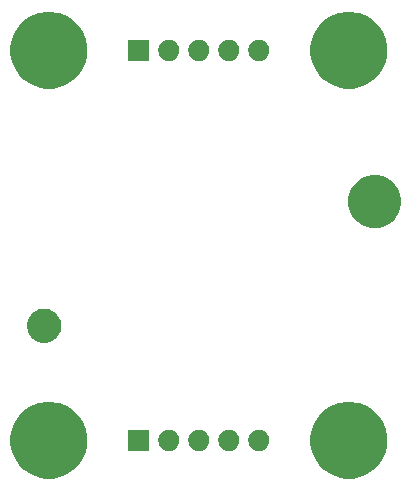
<source format=gbr>
G04 #@! TF.GenerationSoftware,KiCad,Pcbnew,(5.1.5)-3*
G04 #@! TF.CreationDate,2020-10-27T23:36:23+01:00*
G04 #@! TF.ProjectId,error_amplifier_1,6572726f-725f-4616-9d70-6c6966696572,rev?*
G04 #@! TF.SameCoordinates,Original*
G04 #@! TF.FileFunction,Soldermask,Bot*
G04 #@! TF.FilePolarity,Negative*
%FSLAX46Y46*%
G04 Gerber Fmt 4.6, Leading zero omitted, Abs format (unit mm)*
G04 Created by KiCad (PCBNEW (5.1.5)-3) date 2020-10-27 23:36:23*
%MOMM*%
%LPD*%
G04 APERTURE LIST*
%ADD10C,0.100000*%
G04 APERTURE END LIST*
D10*
G36*
X102234239Y-149211467D02*
G01*
X102548282Y-149273934D01*
X103139926Y-149519001D01*
X103672392Y-149874784D01*
X104125216Y-150327608D01*
X104480999Y-150860074D01*
X104726066Y-151451718D01*
X104726066Y-151451719D01*
X104851000Y-152079803D01*
X104851000Y-152720197D01*
X104800445Y-152974353D01*
X104726066Y-153348282D01*
X104480999Y-153939926D01*
X104125216Y-154472392D01*
X103672392Y-154925216D01*
X103139926Y-155280999D01*
X102548282Y-155526066D01*
X102234239Y-155588533D01*
X101920197Y-155651000D01*
X101279803Y-155651000D01*
X100965761Y-155588533D01*
X100651718Y-155526066D01*
X100060074Y-155280999D01*
X99527608Y-154925216D01*
X99074784Y-154472392D01*
X98719001Y-153939926D01*
X98473934Y-153348282D01*
X98399555Y-152974353D01*
X98349000Y-152720197D01*
X98349000Y-152079803D01*
X98473934Y-151451719D01*
X98473934Y-151451718D01*
X98719001Y-150860074D01*
X99074784Y-150327608D01*
X99527608Y-149874784D01*
X100060074Y-149519001D01*
X100651718Y-149273934D01*
X100965761Y-149211467D01*
X101279803Y-149149000D01*
X101920197Y-149149000D01*
X102234239Y-149211467D01*
G37*
G36*
X127634239Y-149211467D02*
G01*
X127948282Y-149273934D01*
X128539926Y-149519001D01*
X129072392Y-149874784D01*
X129525216Y-150327608D01*
X129880999Y-150860074D01*
X130126066Y-151451718D01*
X130126066Y-151451719D01*
X130251000Y-152079803D01*
X130251000Y-152720197D01*
X130200445Y-152974353D01*
X130126066Y-153348282D01*
X129880999Y-153939926D01*
X129525216Y-154472392D01*
X129072392Y-154925216D01*
X128539926Y-155280999D01*
X127948282Y-155526066D01*
X127634239Y-155588533D01*
X127320197Y-155651000D01*
X126679803Y-155651000D01*
X126365761Y-155588533D01*
X126051718Y-155526066D01*
X125460074Y-155280999D01*
X124927608Y-154925216D01*
X124474784Y-154472392D01*
X124119001Y-153939926D01*
X123873934Y-153348282D01*
X123799555Y-152974353D01*
X123749000Y-152720197D01*
X123749000Y-152079803D01*
X123873934Y-151451719D01*
X123873934Y-151451718D01*
X124119001Y-150860074D01*
X124474784Y-150327608D01*
X124927608Y-149874784D01*
X125460074Y-149519001D01*
X126051718Y-149273934D01*
X126365761Y-149211467D01*
X126679803Y-149149000D01*
X127320197Y-149149000D01*
X127634239Y-149211467D01*
G37*
G36*
X116953512Y-151503927D02*
G01*
X117102812Y-151533624D01*
X117266784Y-151601544D01*
X117414354Y-151700147D01*
X117539853Y-151825646D01*
X117638456Y-151973216D01*
X117706376Y-152137188D01*
X117741000Y-152311259D01*
X117741000Y-152488741D01*
X117706376Y-152662812D01*
X117638456Y-152826784D01*
X117539853Y-152974354D01*
X117414354Y-153099853D01*
X117266784Y-153198456D01*
X117102812Y-153266376D01*
X116953512Y-153296073D01*
X116928742Y-153301000D01*
X116751258Y-153301000D01*
X116726488Y-153296073D01*
X116577188Y-153266376D01*
X116413216Y-153198456D01*
X116265646Y-153099853D01*
X116140147Y-152974354D01*
X116041544Y-152826784D01*
X115973624Y-152662812D01*
X115939000Y-152488741D01*
X115939000Y-152311259D01*
X115973624Y-152137188D01*
X116041544Y-151973216D01*
X116140147Y-151825646D01*
X116265646Y-151700147D01*
X116413216Y-151601544D01*
X116577188Y-151533624D01*
X116726488Y-151503927D01*
X116751258Y-151499000D01*
X116928742Y-151499000D01*
X116953512Y-151503927D01*
G37*
G36*
X119493512Y-151503927D02*
G01*
X119642812Y-151533624D01*
X119806784Y-151601544D01*
X119954354Y-151700147D01*
X120079853Y-151825646D01*
X120178456Y-151973216D01*
X120246376Y-152137188D01*
X120281000Y-152311259D01*
X120281000Y-152488741D01*
X120246376Y-152662812D01*
X120178456Y-152826784D01*
X120079853Y-152974354D01*
X119954354Y-153099853D01*
X119806784Y-153198456D01*
X119642812Y-153266376D01*
X119493512Y-153296073D01*
X119468742Y-153301000D01*
X119291258Y-153301000D01*
X119266488Y-153296073D01*
X119117188Y-153266376D01*
X118953216Y-153198456D01*
X118805646Y-153099853D01*
X118680147Y-152974354D01*
X118581544Y-152826784D01*
X118513624Y-152662812D01*
X118479000Y-152488741D01*
X118479000Y-152311259D01*
X118513624Y-152137188D01*
X118581544Y-151973216D01*
X118680147Y-151825646D01*
X118805646Y-151700147D01*
X118953216Y-151601544D01*
X119117188Y-151533624D01*
X119266488Y-151503927D01*
X119291258Y-151499000D01*
X119468742Y-151499000D01*
X119493512Y-151503927D01*
G37*
G36*
X114413512Y-151503927D02*
G01*
X114562812Y-151533624D01*
X114726784Y-151601544D01*
X114874354Y-151700147D01*
X114999853Y-151825646D01*
X115098456Y-151973216D01*
X115166376Y-152137188D01*
X115201000Y-152311259D01*
X115201000Y-152488741D01*
X115166376Y-152662812D01*
X115098456Y-152826784D01*
X114999853Y-152974354D01*
X114874354Y-153099853D01*
X114726784Y-153198456D01*
X114562812Y-153266376D01*
X114413512Y-153296073D01*
X114388742Y-153301000D01*
X114211258Y-153301000D01*
X114186488Y-153296073D01*
X114037188Y-153266376D01*
X113873216Y-153198456D01*
X113725646Y-153099853D01*
X113600147Y-152974354D01*
X113501544Y-152826784D01*
X113433624Y-152662812D01*
X113399000Y-152488741D01*
X113399000Y-152311259D01*
X113433624Y-152137188D01*
X113501544Y-151973216D01*
X113600147Y-151825646D01*
X113725646Y-151700147D01*
X113873216Y-151601544D01*
X114037188Y-151533624D01*
X114186488Y-151503927D01*
X114211258Y-151499000D01*
X114388742Y-151499000D01*
X114413512Y-151503927D01*
G37*
G36*
X111873512Y-151503927D02*
G01*
X112022812Y-151533624D01*
X112186784Y-151601544D01*
X112334354Y-151700147D01*
X112459853Y-151825646D01*
X112558456Y-151973216D01*
X112626376Y-152137188D01*
X112661000Y-152311259D01*
X112661000Y-152488741D01*
X112626376Y-152662812D01*
X112558456Y-152826784D01*
X112459853Y-152974354D01*
X112334354Y-153099853D01*
X112186784Y-153198456D01*
X112022812Y-153266376D01*
X111873512Y-153296073D01*
X111848742Y-153301000D01*
X111671258Y-153301000D01*
X111646488Y-153296073D01*
X111497188Y-153266376D01*
X111333216Y-153198456D01*
X111185646Y-153099853D01*
X111060147Y-152974354D01*
X110961544Y-152826784D01*
X110893624Y-152662812D01*
X110859000Y-152488741D01*
X110859000Y-152311259D01*
X110893624Y-152137188D01*
X110961544Y-151973216D01*
X111060147Y-151825646D01*
X111185646Y-151700147D01*
X111333216Y-151601544D01*
X111497188Y-151533624D01*
X111646488Y-151503927D01*
X111671258Y-151499000D01*
X111848742Y-151499000D01*
X111873512Y-151503927D01*
G37*
G36*
X110121000Y-153301000D02*
G01*
X108319000Y-153301000D01*
X108319000Y-151499000D01*
X110121000Y-151499000D01*
X110121000Y-153301000D01*
G37*
G36*
X101623241Y-141304760D02*
G01*
X101887305Y-141414139D01*
X102124958Y-141572934D01*
X102327066Y-141775042D01*
X102485861Y-142012695D01*
X102595240Y-142276759D01*
X102651000Y-142557088D01*
X102651000Y-142842912D01*
X102595240Y-143123241D01*
X102485861Y-143387305D01*
X102327066Y-143624958D01*
X102124958Y-143827066D01*
X101887305Y-143985861D01*
X101623241Y-144095240D01*
X101342912Y-144151000D01*
X101057088Y-144151000D01*
X100776759Y-144095240D01*
X100512695Y-143985861D01*
X100275042Y-143827066D01*
X100072934Y-143624958D01*
X99914139Y-143387305D01*
X99804760Y-143123241D01*
X99749000Y-142842912D01*
X99749000Y-142557088D01*
X99804760Y-142276759D01*
X99914139Y-142012695D01*
X100072934Y-141775042D01*
X100275042Y-141572934D01*
X100512695Y-141414139D01*
X100776759Y-141304760D01*
X101057088Y-141249000D01*
X101342912Y-141249000D01*
X101623241Y-141304760D01*
G37*
G36*
X129475880Y-129959776D02*
G01*
X129856593Y-130035504D01*
X130266249Y-130205189D01*
X130634929Y-130451534D01*
X130948466Y-130765071D01*
X131194811Y-131133751D01*
X131364496Y-131543407D01*
X131451000Y-131978296D01*
X131451000Y-132421704D01*
X131364496Y-132856593D01*
X131194811Y-133266249D01*
X130948466Y-133634929D01*
X130634929Y-133948466D01*
X130266249Y-134194811D01*
X129856593Y-134364496D01*
X129475880Y-134440224D01*
X129421705Y-134451000D01*
X128978295Y-134451000D01*
X128924120Y-134440224D01*
X128543407Y-134364496D01*
X128133751Y-134194811D01*
X127765071Y-133948466D01*
X127451534Y-133634929D01*
X127205189Y-133266249D01*
X127035504Y-132856593D01*
X126949000Y-132421704D01*
X126949000Y-131978296D01*
X127035504Y-131543407D01*
X127205189Y-131133751D01*
X127451534Y-130765071D01*
X127765071Y-130451534D01*
X128133751Y-130205189D01*
X128543407Y-130035504D01*
X128924120Y-129959776D01*
X128978295Y-129949000D01*
X129421705Y-129949000D01*
X129475880Y-129959776D01*
G37*
G36*
X102234239Y-116191467D02*
G01*
X102548282Y-116253934D01*
X103139926Y-116499001D01*
X103672392Y-116854784D01*
X104125216Y-117307608D01*
X104480999Y-117840074D01*
X104726066Y-118431718D01*
X104726066Y-118431719D01*
X104851000Y-119059803D01*
X104851000Y-119700197D01*
X104800445Y-119954353D01*
X104726066Y-120328282D01*
X104480999Y-120919926D01*
X104125216Y-121452392D01*
X103672392Y-121905216D01*
X103139926Y-122260999D01*
X102548282Y-122506066D01*
X102234239Y-122568533D01*
X101920197Y-122631000D01*
X101279803Y-122631000D01*
X100965761Y-122568533D01*
X100651718Y-122506066D01*
X100060074Y-122260999D01*
X99527608Y-121905216D01*
X99074784Y-121452392D01*
X98719001Y-120919926D01*
X98473934Y-120328282D01*
X98399555Y-119954353D01*
X98349000Y-119700197D01*
X98349000Y-119059803D01*
X98473934Y-118431719D01*
X98473934Y-118431718D01*
X98719001Y-117840074D01*
X99074784Y-117307608D01*
X99527608Y-116854784D01*
X100060074Y-116499001D01*
X100651718Y-116253934D01*
X100965761Y-116191467D01*
X101279803Y-116129000D01*
X101920197Y-116129000D01*
X102234239Y-116191467D01*
G37*
G36*
X127634239Y-116191467D02*
G01*
X127948282Y-116253934D01*
X128539926Y-116499001D01*
X129072392Y-116854784D01*
X129525216Y-117307608D01*
X129880999Y-117840074D01*
X130126066Y-118431718D01*
X130126066Y-118431719D01*
X130251000Y-119059803D01*
X130251000Y-119700197D01*
X130200445Y-119954353D01*
X130126066Y-120328282D01*
X129880999Y-120919926D01*
X129525216Y-121452392D01*
X129072392Y-121905216D01*
X128539926Y-122260999D01*
X127948282Y-122506066D01*
X127634239Y-122568533D01*
X127320197Y-122631000D01*
X126679803Y-122631000D01*
X126365761Y-122568533D01*
X126051718Y-122506066D01*
X125460074Y-122260999D01*
X124927608Y-121905216D01*
X124474784Y-121452392D01*
X124119001Y-120919926D01*
X123873934Y-120328282D01*
X123799555Y-119954353D01*
X123749000Y-119700197D01*
X123749000Y-119059803D01*
X123873934Y-118431719D01*
X123873934Y-118431718D01*
X124119001Y-117840074D01*
X124474784Y-117307608D01*
X124927608Y-116854784D01*
X125460074Y-116499001D01*
X126051718Y-116253934D01*
X126365761Y-116191467D01*
X126679803Y-116129000D01*
X127320197Y-116129000D01*
X127634239Y-116191467D01*
G37*
G36*
X110121000Y-120281000D02*
G01*
X108319000Y-120281000D01*
X108319000Y-118479000D01*
X110121000Y-118479000D01*
X110121000Y-120281000D01*
G37*
G36*
X119493512Y-118483927D02*
G01*
X119642812Y-118513624D01*
X119806784Y-118581544D01*
X119954354Y-118680147D01*
X120079853Y-118805646D01*
X120178456Y-118953216D01*
X120246376Y-119117188D01*
X120281000Y-119291259D01*
X120281000Y-119468741D01*
X120246376Y-119642812D01*
X120178456Y-119806784D01*
X120079853Y-119954354D01*
X119954354Y-120079853D01*
X119806784Y-120178456D01*
X119642812Y-120246376D01*
X119493512Y-120276073D01*
X119468742Y-120281000D01*
X119291258Y-120281000D01*
X119266488Y-120276073D01*
X119117188Y-120246376D01*
X118953216Y-120178456D01*
X118805646Y-120079853D01*
X118680147Y-119954354D01*
X118581544Y-119806784D01*
X118513624Y-119642812D01*
X118479000Y-119468741D01*
X118479000Y-119291259D01*
X118513624Y-119117188D01*
X118581544Y-118953216D01*
X118680147Y-118805646D01*
X118805646Y-118680147D01*
X118953216Y-118581544D01*
X119117188Y-118513624D01*
X119266488Y-118483927D01*
X119291258Y-118479000D01*
X119468742Y-118479000D01*
X119493512Y-118483927D01*
G37*
G36*
X116953512Y-118483927D02*
G01*
X117102812Y-118513624D01*
X117266784Y-118581544D01*
X117414354Y-118680147D01*
X117539853Y-118805646D01*
X117638456Y-118953216D01*
X117706376Y-119117188D01*
X117741000Y-119291259D01*
X117741000Y-119468741D01*
X117706376Y-119642812D01*
X117638456Y-119806784D01*
X117539853Y-119954354D01*
X117414354Y-120079853D01*
X117266784Y-120178456D01*
X117102812Y-120246376D01*
X116953512Y-120276073D01*
X116928742Y-120281000D01*
X116751258Y-120281000D01*
X116726488Y-120276073D01*
X116577188Y-120246376D01*
X116413216Y-120178456D01*
X116265646Y-120079853D01*
X116140147Y-119954354D01*
X116041544Y-119806784D01*
X115973624Y-119642812D01*
X115939000Y-119468741D01*
X115939000Y-119291259D01*
X115973624Y-119117188D01*
X116041544Y-118953216D01*
X116140147Y-118805646D01*
X116265646Y-118680147D01*
X116413216Y-118581544D01*
X116577188Y-118513624D01*
X116726488Y-118483927D01*
X116751258Y-118479000D01*
X116928742Y-118479000D01*
X116953512Y-118483927D01*
G37*
G36*
X114413512Y-118483927D02*
G01*
X114562812Y-118513624D01*
X114726784Y-118581544D01*
X114874354Y-118680147D01*
X114999853Y-118805646D01*
X115098456Y-118953216D01*
X115166376Y-119117188D01*
X115201000Y-119291259D01*
X115201000Y-119468741D01*
X115166376Y-119642812D01*
X115098456Y-119806784D01*
X114999853Y-119954354D01*
X114874354Y-120079853D01*
X114726784Y-120178456D01*
X114562812Y-120246376D01*
X114413512Y-120276073D01*
X114388742Y-120281000D01*
X114211258Y-120281000D01*
X114186488Y-120276073D01*
X114037188Y-120246376D01*
X113873216Y-120178456D01*
X113725646Y-120079853D01*
X113600147Y-119954354D01*
X113501544Y-119806784D01*
X113433624Y-119642812D01*
X113399000Y-119468741D01*
X113399000Y-119291259D01*
X113433624Y-119117188D01*
X113501544Y-118953216D01*
X113600147Y-118805646D01*
X113725646Y-118680147D01*
X113873216Y-118581544D01*
X114037188Y-118513624D01*
X114186488Y-118483927D01*
X114211258Y-118479000D01*
X114388742Y-118479000D01*
X114413512Y-118483927D01*
G37*
G36*
X111873512Y-118483927D02*
G01*
X112022812Y-118513624D01*
X112186784Y-118581544D01*
X112334354Y-118680147D01*
X112459853Y-118805646D01*
X112558456Y-118953216D01*
X112626376Y-119117188D01*
X112661000Y-119291259D01*
X112661000Y-119468741D01*
X112626376Y-119642812D01*
X112558456Y-119806784D01*
X112459853Y-119954354D01*
X112334354Y-120079853D01*
X112186784Y-120178456D01*
X112022812Y-120246376D01*
X111873512Y-120276073D01*
X111848742Y-120281000D01*
X111671258Y-120281000D01*
X111646488Y-120276073D01*
X111497188Y-120246376D01*
X111333216Y-120178456D01*
X111185646Y-120079853D01*
X111060147Y-119954354D01*
X110961544Y-119806784D01*
X110893624Y-119642812D01*
X110859000Y-119468741D01*
X110859000Y-119291259D01*
X110893624Y-119117188D01*
X110961544Y-118953216D01*
X111060147Y-118805646D01*
X111185646Y-118680147D01*
X111333216Y-118581544D01*
X111497188Y-118513624D01*
X111646488Y-118483927D01*
X111671258Y-118479000D01*
X111848742Y-118479000D01*
X111873512Y-118483927D01*
G37*
M02*

</source>
